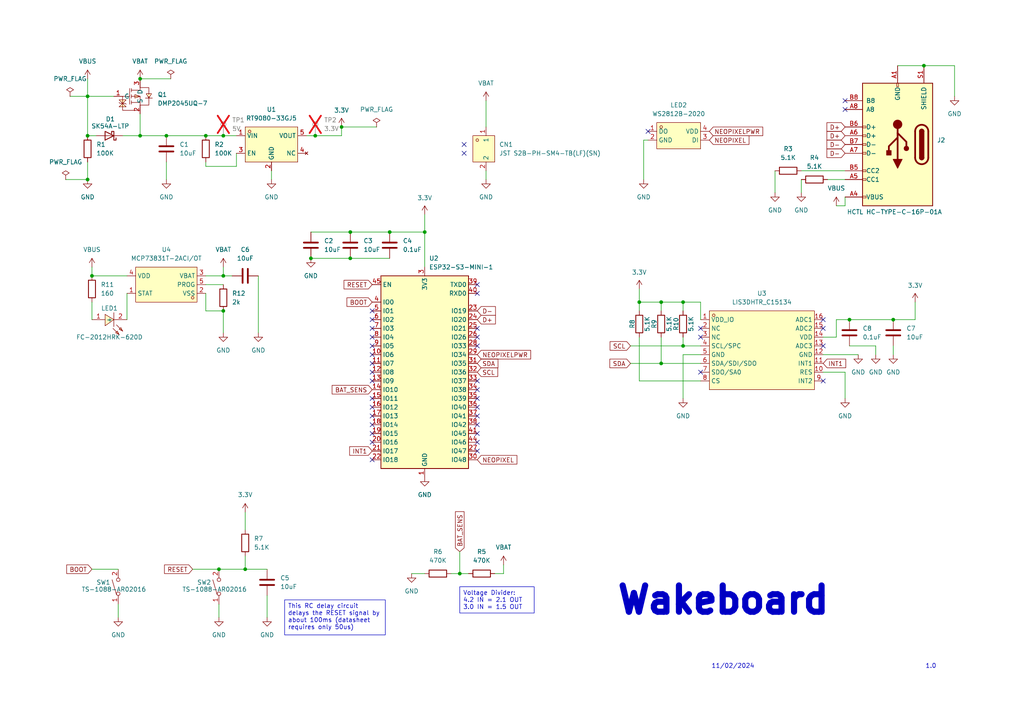
<source format=kicad_sch>
(kicad_sch (version 20231120) (generator "eeschema") (generator_version "8.0")
  (paper "A4")
  (lib_symbols
    (symbol "Connector:TestPoint" (pin_numbers hide) (pin_names (offset 0.762) hide)
      (property "Reference" "TP" (at 0 6.858 0))
      (property "Value" "TestPoint" (at 0 5.08 0))
      (symbol "TestPoint_0_1"
        (circle (center 0 3.302) (radius 0.762))
      )
      (symbol "TestPoint_1_1"
        (pin passive line (at 0 0 90) (length 2.54) (name "1") (number "1"))
      )
    )
    (symbol "Connector:USB_C_Receptacle_USB2.0_14P" (pin_names (offset 1.016))
      (property "Reference" "J2" (at -11.43 -1.2701 0))
      (property "Value" "HCTL HC-TYPE-C-16P-01A" (at 14.732 19.558 0))
      (symbol "USB_C_Receptacle_USB2.0_14P_0_0"
        (rectangle (start -0.254 -17.78) (end 0.254 -16.764))
        (rectangle (start 10.16 -4.826) (end 9.144 -5.334))
        (rectangle (start 10.16 -2.286) (end 9.144 -2.794))
        (rectangle (start 10.16 0.254) (end 9.144 -0.254))
        (rectangle (start 10.16 2.794) (end 9.144 2.286))
        (rectangle (start 10.16 7.874) (end 9.144 7.366))
        (rectangle (start 10.16 10.414) (end 9.144 9.906))
        (rectangle (start 10.16 15.494) (end 9.144 14.986))
      )
      (symbol "USB_C_Receptacle_USB2.0_14P_0_1"
        (rectangle (start -10.16 17.78) (end 10.16 -17.78) (stroke (width 0.254)) (fill (type background)))
        (arc (start -8.89 -3.81) (mid -6.985 -5.7067) (end -5.08 -3.81) (stroke (width 0.508)))
        (arc (start -7.62 -3.81) (mid -6.985 -4.4423) (end -6.35 -3.81) (stroke (width 0.254)))
        (arc (start -7.62 -3.81) (mid -6.985 -4.4423) (end -6.35 -3.81) (stroke (width 0.254)) (fill (type outline)))
        (rectangle (start -7.62 -3.81) (end -6.35 3.81) (stroke (width 0.254)) (fill (type outline)))
        (arc (start -6.35 3.81) (mid -6.985 4.4423) (end -7.62 3.81) (stroke (width 0.254)))
        (arc (start -6.35 3.81) (mid -6.985 4.4423) (end -7.62 3.81) (stroke (width 0.254)) (fill (type outline)))
        (arc (start -5.08 3.81) (mid -6.985 5.7067) (end -8.89 3.81) (stroke (width 0.508)))
        (circle (center -2.54 1.143) (radius 0.635) (stroke (width 0.254)) (fill (type outline)))
        (circle (center 0 -5.842) (radius 1.27) (fill (type outline)))
        (polyline (pts (xy -8.89 -3.81) (xy -8.89 3.81)) (stroke (width 0.508)))
        (polyline (pts (xy -5.08 3.81) (xy -5.08 -3.81)) (stroke (width 0.508)))
        (polyline (pts (xy 0 -5.842) (xy 0 4.318)) (stroke (width 0.508)))
        (polyline (pts (xy 0 -3.302) (xy -2.54 -0.762) (xy -2.54 0.508)) (stroke (width 0.508)))
        (polyline (pts (xy 0 -2.032) (xy 2.54 0.508) (xy 2.54 1.778)) (stroke (width 0.508)))
        (polyline (pts (xy -1.27 4.318) (xy 0 6.858) (xy 1.27 4.318) (xy -1.27 4.318)) (stroke (width 0.254)) (fill (type outline)))
        (rectangle (start 1.905 1.778) (end 3.175 3.048) (stroke (width 0.254)) (fill (type outline)))
      )
      (symbol "USB_C_Receptacle_USB2.0_14P_1_1"
        (pin passive line (at 0 -22.86 90) (length 5.08) (name "GND") (number "A1"))
        (pin passive line (at 0 -22.86 90) (length 5.08) hide (name "GND") (number "A12"))
        (pin passive line (at 15.24 15.24 180) (length 5.08) (name "VBUS") (number "A4"))
        (pin bidirectional line (at 15.24 10.16 180) (length 5.08) (name "CC1") (number "A5"))
        (pin bidirectional line (at 15.24 -2.54 180) (length 5.08) (name "D+") (number "A6"))
        (pin bidirectional line (at 15.24 2.54 180) (length 5.08) (name "D-") (number "A7"))
        (pin unspecified line (at 15.24 -10.16 180) (length 5.08) (name "A8") (number "A8"))
        (pin power_in line (at 15.24 15.24 180) (length 5.08) hide (name "VBUS") (number "A9"))
        (pin passive line (at 0 -22.86 90) (length 5.08) hide (name "GND") (number "B1"))
        (pin passive line (at 0 -22.86 90) (length 5.08) hide (name "GND") (number "B12"))
        (pin passive line (at 15.24 15.24 180) (length 5.08) hide (name "VBUS") (number "B4"))
        (pin bidirectional line (at 15.24 7.62 180) (length 5.08) (name "CC2") (number "B5"))
        (pin bidirectional line (at 15.24 -5.08 180) (length 5.08) (name "D+") (number "B6"))
        (pin bidirectional line (at 15.24 0 180) (length 5.08) (name "D-") (number "B7"))
        (pin unspecified line (at 15.24 -12.7 180) (length 5.08) (name "B8") (number "B8"))
        (pin passive line (at 15.24 15.24 180) (length 5.08) hide (name "VBUS") (number "B9"))
        (pin passive line (at -7.62 -22.86 90) (length 5.08) (name "SHIELD") (number "S1"))
      )
    )
    (symbol "Device:C" (pin_numbers hide) (pin_names (offset 0.254))
      (property "Reference" "C" (at 0.635 2.54 0))
      (property "Value" "C" (at 0.635 -2.54 0))
      (symbol "C_0_1"
        (polyline (pts (xy -2.032 -0.762) (xy 2.032 -0.762)) (stroke (width 0.508)))
        (polyline (pts (xy -2.032 0.762) (xy 2.032 0.762)) (stroke (width 0.508)))
      )
      (symbol "C_1_1"
        (pin passive line (at 0 3.81 270) (length 2.794) (name "~") (number "1"))
        (pin passive line (at 0 -3.81 90) (length 2.794) (name "~") (number "2"))
      )
    )
    (symbol "Device:D_Schottky" (pin_numbers hide) (pin_names (offset 1.016) hide)
      (property "Reference" "D" (at 0 2.54 0))
      (property "Value" "D_Schottky" (at 0 -2.54 0))
      (symbol "D_Schottky_0_1"
        (polyline (pts (xy 1.27 0) (xy -1.27 0)))
        (polyline (pts (xy 1.27 1.27) (xy 1.27 -1.27) (xy -1.27 0) (xy 1.27 1.27)) (stroke (width 0.254)))
        (polyline (pts (xy -1.905 0.635) (xy -1.905 1.27) (xy -1.27 1.27) (xy -1.27 -1.27) (xy -0.635 -1.27) (xy -0.635 -0.635)) (stroke (width 0.254)))
      )
      (symbol "D_Schottky_1_1"
        (pin passive line (at -3.81 0 0) (length 2.54) (name "K") (number "1"))
        (pin passive line (at 3.81 0 180) (length 2.54) (name "A") (number "2"))
      )
    )
    (symbol "Device:R" (pin_numbers hide) (pin_names (offset 0))
      (property "Reference" "R" (at 2.032 0 90))
      (property "Value" "R" (at 0 0 90))
      (symbol "R_0_1"
        (rectangle (start -1.016 -2.54) (end 1.016 2.54) (stroke (width 0.254)))
      )
      (symbol "R_1_1"
        (pin passive line (at 0 3.81 270) (length 1.27) (name "~") (number "1"))
        (pin passive line (at 0 -3.81 90) (length 1.27) (name "~") (number "2"))
      )
    )
    (symbol "MCU_Espressif:ESP32-S3-MINI-1"
      (property "Reference" "U2" (at 1.27 33.02 0))
      (property "Value" "ESP32-S3-MINI-1" (at 1.27 30.48 0))
      (symbol "ESP32-S3-MINI-1_0_1"
        (rectangle (start -12.7 27.94) (end 12.7 -27.94) (stroke (width 0.254)) (fill (type background)))
      )
      (symbol "ESP32-S3-MINI-1_1_1"
        (pin power_in line (at 0 -30.48 90) (length 2.54) (name "GND") (number "1"))
        (pin bidirectional line (at -15.24 5.08 0) (length 2.54) (name "IO6") (number "10"))
        (pin bidirectional line (at -15.24 2.54 0) (length 2.54) (name "IO7") (number "11"))
        (pin bidirectional line (at -15.24 0 0) (length 2.54) (name "IO8") (number "12"))
        (pin bidirectional line (at -15.24 -2.54 0) (length 2.54) (name "IO9") (number "13"))
        (pin bidirectional line (at -15.24 -5.08 0) (length 2.54) (name "IO10") (number "14"))
        (pin bidirectional line (at -15.24 -7.62 0) (length 2.54) (name "IO11") (number "15"))
        (pin bidirectional line (at -15.24 -10.16 0) (length 2.54) (name "IO12") (number "16"))
        (pin bidirectional line (at -15.24 -12.7 0) (length 2.54) (name "IO13") (number "17"))
        (pin bidirectional line (at -15.24 -15.24 0) (length 2.54) (name "IO14") (number "18"))
        (pin bidirectional line (at -15.24 -17.78 0) (length 2.54) (name "IO15") (number "19"))
        (pin passive line (at 0 -30.48 90) (length 2.54) hide (name "GND") (number "2"))
        (pin bidirectional line (at -15.24 -20.32 0) (length 2.54) (name "IO16") (number "20"))
        (pin bidirectional line (at -15.24 -22.86 0) (length 2.54) (name "IO17") (number "21"))
        (pin bidirectional line (at -15.24 -25.4 0) (length 2.54) (name "IO18") (number "22"))
        (pin bidirectional line (at 15.24 17.78 180) (length 2.54) (name "IO19") (number "23"))
        (pin bidirectional line (at 15.24 15.24 180) (length 2.54) (name "IO20") (number "24"))
        (pin bidirectional line (at 15.24 12.7 180) (length 2.54) (name "IO21") (number "25"))
        (pin bidirectional line (at 15.24 10.16 180) (length 2.54) (name "IO26") (number "26"))
        (pin bidirectional line (at 15.24 -22.86 180) (length 2.54) (name "IO47") (number "27"))
        (pin bidirectional line (at 15.24 7.62 180) (length 2.54) (name "IO33") (number "28"))
        (pin power_out line (at 15.24 5.08 180) (length 2.54) (name "IO34") (number "29"))
        (pin power_in line (at 0 30.48 270) (length 2.54) (name "3V3") (number "3"))
        (pin bidirectional line (at 15.24 -25.4 180) (length 2.54) (name "IO48") (number "30"))
        (pin bidirectional line (at 15.24 2.54 180) (length 2.54) (name "IO35") (number "31"))
        (pin bidirectional line (at 15.24 0 180) (length 2.54) (name "IO36") (number "32"))
        (pin bidirectional line (at 15.24 -2.54 180) (length 2.54) (name "IO37") (number "33"))
        (pin bidirectional line (at 15.24 -5.08 180) (length 2.54) (name "IO38") (number "34"))
        (pin bidirectional line (at 15.24 -7.62 180) (length 2.54) (name "IO39") (number "35"))
        (pin bidirectional line (at 15.24 -10.16 180) (length 2.54) (name "IO40") (number "36"))
        (pin bidirectional line (at 15.24 -12.7 180) (length 2.54) (name "IO41") (number "37"))
        (pin bidirectional line (at 15.24 -15.24 180) (length 2.54) (name "IO42") (number "38"))
        (pin bidirectional line (at 15.24 25.4 180) (length 2.54) (name "TXD0") (number "39"))
        (pin bidirectional line (at -15.24 20.32 0) (length 2.54) (name "IO0") (number "4"))
        (pin bidirectional line (at 15.24 22.86 180) (length 2.54) (name "RXD0") (number "40"))
        (pin bidirectional line (at 15.24 -17.78 180) (length 2.54) (name "IO45") (number "41"))
        (pin passive line (at 0 -30.48 90) (length 2.54) hide (name "GND") (number "42"))
        (pin passive line (at 0 -30.48 90) (length 2.54) hide (name "GND") (number "43"))
        (pin bidirectional line (at 15.24 -20.32 180) (length 2.54) (name "IO46") (number "44"))
        (pin input line (at -15.24 25.4 0) (length 2.54) (name "EN") (number "45"))
        (pin passive line (at 0 -30.48 90) (length 2.54) hide (name "GND") (number "46"))
        (pin passive line (at 0 -30.48 90) (length 2.54) hide (name "GND") (number "47"))
        (pin passive line (at 0 -30.48 90) (length 2.54) hide (name "GND") (number "48"))
        (pin passive line (at 0 -30.48 90) (length 2.54) hide (name "GND") (number "49"))
        (pin bidirectional line (at -15.24 17.78 0) (length 2.54) (name "IO1") (number "5"))
        (pin passive line (at 0 -30.48 90) (length 2.54) hide (name "GND") (number "50"))
        (pin passive line (at 0 -30.48 90) (length 2.54) hide (name "GND") (number "51"))
        (pin passive line (at 0 -30.48 90) (length 2.54) hide (name "GND") (number "52"))
        (pin passive line (at 0 -30.48 90) (length 2.54) hide (name "GND") (number "53"))
        (pin passive line (at 0 -30.48 90) (length 2.54) hide (name "GND") (number "54"))
        (pin passive line (at 0 -30.48 90) (length 2.54) hide (name "GND") (number "55"))
        (pin passive line (at 0 -30.48 90) (length 2.54) hide (name "GND") (number "56"))
        (pin passive line (at 0 -30.48 90) (length 2.54) hide (name "GND") (number "57"))
        (pin passive line (at 0 -30.48 90) (length 2.54) hide (name "GND") (number "58"))
        (pin passive line (at 0 -30.48 90) (length 2.54) hide (name "GND") (number "59"))
        (pin bidirectional line (at -15.24 15.24 0) (length 2.54) (name "IO2") (number "6"))
        (pin passive line (at 0 -30.48 90) (length 2.54) hide (name "GND") (number "60"))
        (pin passive line (at 0 -30.48 90) (length 2.54) hide (name "GND") (number "61"))
        (pin passive line (at 0 -30.48 90) (length 2.54) hide (name "GND") (number "62"))
        (pin passive line (at 0 -30.48 90) (length 2.54) hide (name "GND") (number "63"))
        (pin passive line (at 0 -30.48 90) (length 2.54) hide (name "GND") (number "64"))
        (pin passive line (at 0 -30.48 90) (length 2.54) hide (name "GND") (number "65"))
        (pin bidirectional line (at -15.24 12.7 0) (length 2.54) (name "IO3") (number "7"))
        (pin bidirectional line (at -15.24 10.16 0) (length 2.54) (name "IO4") (number "8"))
        (pin bidirectional line (at -15.24 7.62 0) (length 2.54) (name "IO5") (number "9"))
      )
    )
    (symbol "TS-1088-AR02016_1"
      (property "Reference" "SW1" (at 1.27 6.35 90))
      (property "Value" "TS-1088-AR02016" (at -0.762 10.668 90))
      (symbol "TS-1088-AR02016_1_0_1"
        (circle (center -2.03 0) (radius 0.51))
        (polyline (pts (xy -2.29 0.51) (xy 2.03 1.78)))
        (circle (center 2.03 0) (radius 0.51))
        (pin passive line (at -5.08 0 0) (length 2.54) (name "") (number "1"))
        (pin passive line (at 5.08 0 180) (length 2.54) (name "") (number "2"))
      )
    )
    (symbol "easyeda2kicad:DMP2045UQ-7"
      (property "Reference" "Q1" (at 5.08 0.5101 0))
      (property "Value" "DMP2045UQ-7" (at 5.08 -2.0299 0))
      (symbol "DMP2045UQ-7_0_1"
        (polyline (pts (xy -5.08 0) (xy -3.05 0)))
        (polyline (pts (xy -3.05 2.29) (xy -3.05 -2.29)))
        (polyline (pts (xy -2.54 -2.29) (xy -2.54 -1.27)))
        (polyline (pts (xy -2.54 -0.51) (xy -2.54 0.51)))
        (polyline (pts (xy -2.54 2.29) (xy -2.54 1.27)))
        (polyline (pts (xy 0 -1.78) (xy -2.54 -1.78)))
        (polyline (pts (xy 0 -4.06) (xy -5.08 -4.06) (xy -5.08 0)))
        (polyline (pts (xy -4.06 -2.29) (xy -4.32 -2.03) (xy -5.84 -2.03) (xy -6.1 -1.78)))
        (polyline (pts (xy 0 0) (xy -1.52 0.51) (xy -1.52 -0.51) (xy 0 0)) (fill (type background)))
        (polyline (pts (xy 1.52 -0.51) (xy 2.03 -0.51) (xy 3.05 -0.51) (xy 3.56 -0.51)))
        (polyline (pts (xy 2.54 -0.51) (xy 3.3 0.76) (xy 1.78 0.76) (xy 2.54 -0.51)) (fill (type background)))
        (polyline (pts (xy -5.08 -2.03) (xy -6.1 -3.05) (xy -4.06 -3.05) (xy -5.08 -2.03) (xy -5.08 -2.03)) (fill (type background)))
        (polyline (pts (xy -5.08 -2.03) (xy -4.06 -1.02) (xy -6.1 -1.02) (xy -5.08 -2.03) (xy -5.08 -2.03)) (fill (type background)))
        (polyline (pts (xy -2.54 0) (xy 0 0) (xy 0 -2.54) (xy 2.54 -2.54) (xy 2.54 -2.54) (xy 2.54 0)))
        (polyline (pts (xy -2.54 1.78) (xy 0 1.78) (xy 0 2.54) (xy 2.54 2.54) (xy 2.54 2.54) (xy 2.54 0.51)))
        (pin power_in line (at 0 5.08 270) (length 2.54) (name "D") (number "3"))
      )
      (symbol "DMP2045UQ-7_1_1"
        (pin power_in line (at -7.62 0 0) (length 2.54) (name "G") (number "1"))
        (pin power_out line (at 0 -5.08 90) (length 2.54) (name "S") (number "2"))
      )
    )
    (symbol "easyeda2kicad:FC-2012HRK-620D"
      (property "Reference" "LED1" (at -1.27 -6.35 0))
      (property "Value" "FC-2012HRK-620D" (at 0 3.048 0))
      (symbol "FC-2012HRK-620D_0_1"
        (polyline (pts (xy -2.03 1.52) (xy -3.81 3.3)))
        (polyline (pts (xy -1.27 2.03) (xy -1.27 -2.03)))
        (polyline (pts (xy -1.02 2.54) (xy -2.79 4.32)))
        (polyline (pts (xy -3.81 3.3) (xy -2.79 2.79) (xy -3.3 2.29) (xy -3.81 3.3)) (fill (type background)))
        (polyline (pts (xy -2.79 4.32) (xy -1.78 3.81) (xy -2.29 3.3) (xy -2.79 4.32)) (fill (type background)))
        (polyline (pts (xy 1.27 -1.52) (xy -1.27 0) (xy 1.27 1.78) (xy 1.27 -1.52)) (fill (type background)))
        (pin passive line (at 5.08 0 180) (length 3.81) (name "+") (number "1"))
        (pin passive line (at -5.08 0 0) (length 3.81) (name "-") (number "2"))
      )
    )
    (symbol "easyeda2kicad:LIS3DHTR_C15134"
      (property "Reference" "U3" (at 0 16.51 0))
      (property "Value" "LIS3DHTR_C15134" (at 0 13.97 0))
      (symbol "LIS3DHTR_C15134_0_1"
        (rectangle (start -15.24 11.43) (end 15.24 -11.43) (fill (type background)))
        (circle (center -13.97 10.16) (radius 0.38))
        (pin power_in line (at -17.78 8.89 0) (length 2.54) (name "VDD_IO") (number "1"))
        (pin passive line (at 17.78 -6.35 180) (length 2.54) (name "RES") (number "10"))
        (pin output line (at 17.78 -3.81 180) (length 2.54) (name "INT1") (number "11"))
        (pin power_in line (at 17.78 -1.27 180) (length 2.54) (name "GND") (number "12"))
        (pin unspecified line (at 17.78 1.27 180) (length 2.54) (name "ADC3") (number "13"))
        (pin power_in line (at 17.78 3.81 180) (length 2.54) (name "VDD") (number "14"))
        (pin unspecified line (at 17.78 6.35 180) (length 2.54) (name "ADC2") (number "15"))
        (pin unspecified line (at 17.78 8.89 180) (length 2.54) (name "ADC1") (number "16"))
        (pin unspecified line (at -17.78 6.35 0) (length 2.54) (name "NC") (number "2"))
        (pin unspecified line (at -17.78 3.81 0) (length 2.54) (name "NC") (number "3"))
        (pin bidirectional line (at -17.78 1.27 0) (length 2.54) (name "SCL/SPC") (number "4"))
        (pin power_in line (at -17.78 -1.27 0) (length 2.54) (name "GND") (number "5"))
        (pin bidirectional line (at -17.78 -3.81 0) (length 2.54) (name "SDA/SDI/SDO") (number "6"))
        (pin unspecified line (at -17.78 -6.35 0) (length 2.54) (name "SDO/SA0") (number "7"))
        (pin input line (at -17.78 -8.89 0) (length 2.54) (name "CS") (number "8"))
        (pin unspecified line (at 17.78 -8.89 180) (length 2.54) (name "INT2") (number "9"))
      )
    )
    (symbol "easyeda2kicad:MCP73831T-2ACI_OT"
      (property "Reference" "U4" (at 0 -10.16 0))
      (property "Value" "MCP73831T-2ACI/OT" (at 0 -7.62 0))
      (symbol "MCP73831T-2ACI_OT_0_1"
        (rectangle (start -8.89 5.08) (end 8.89 -5.08) (fill (type background)))
        (circle (center -7.62 3.81) (radius 0.38))
      )
      (symbol "MCP73831T-2ACI_OT_1_1"
        (pin passive line (at 11.43 2.54 180) (length 2.54) (name "STAT") (number "1"))
        (pin power_in line (at -11.43 2.54 0) (length 2.54) (name "VSS") (number "2"))
        (pin power_in line (at -11.43 -2.54 0) (length 2.54) (name "VBAT") (number "3"))
        (pin power_in line (at 11.43 -2.54 180) (length 2.54) (name "VDD") (number "4"))
        (pin passive line (at -11.43 0 0) (length 2.54) (name "PROG") (number "5"))
      )
    )
    (symbol "easyeda2kicad:RT9080-33GJ5"
      (property "Reference" "U1" (at 0 10.16 0))
      (property "Value" "RT9080-33GJ5" (at 0 7.62 0))
      (symbol "RT9080-33GJ5_0_1"
        (rectangle (start -7.62 5.08) (end 7.62 -5.08) (fill (type background)))
        (circle (center -6.35 3.81) (radius 0.38))
        (pin power_in line (at -10.16 2.54 0) (length 2.54) (name "VIN") (number "1"))
        (pin power_in line (at 0 -7.62 90) (length 2.54) (name "GND") (number "2"))
        (pin input line (at -10.16 -2.54 0) (length 2.54) (name "EN") (number "3"))
        (pin no_connect line (at 10.16 -2.54 180) (length 2.54) (name "NC") (number "4"))
        (pin power_in line (at 10.16 2.54 180) (length 2.54) (name "VOUT") (number "5"))
      )
    )
    (symbol "easyeda2kicad:S2B-PH-SM4-TB(LF)(SN)"
      (property "Reference" "CN1" (at 6.35 1.2701 0))
      (property "Value" "JST S2B-PH-SM4-TB(LF)(SN)" (at 6.35 -1.2699 0))
      (symbol "S2B-PH-SM4-TB(LF)(SN)_0_1"
        (rectangle (start -1.27 3.81) (end 5.08 -3.81) (fill (type background)))
        (circle (center 0 2.54) (radius 0.38))
      )
      (symbol "S2B-PH-SM4-TB(LF)(SN)_1_1"
        (pin power_in line (at 2.54 6.35 270) (length 2.54) (name "1") (number "1"))
        (pin power_in line (at 2.54 -6.35 90) (length 2.54) (name "2") (number "2"))
        (pin unspecified line (at -3.81 1.27 0) (length 2.54) hide (name "3") (number "3"))
        (pin unspecified line (at -3.81 -1.27 0) (length 2.54) hide (name "4") (number "4"))
      )
    )
    (symbol "easyeda2kicad:TS-1088-AR02016"
      (property "Reference" "SW2" (at 1.27 6.35 90))
      (property "Value" "TS-1088-AR02016" (at -0.762 10.668 90))
      (symbol "TS-1088-AR02016_0_1"
        (circle (center -2.03 0) (radius 0.51))
        (polyline (pts (xy -2.29 0.51) (xy 2.03 1.78)))
        (circle (center 2.03 0) (radius 0.51))
        (pin passive line (at -5.08 0 0) (length 2.54) (name "") (number "1"))
      )
      (symbol "TS-1088-AR02016_1_1"
        (pin passive line (at 5.08 0 180) (length 2.54) (name "") (number "2"))
      )
    )
    (symbol "easyeda2kicad:WS2812B-2020"
      (property "Reference" "LED2" (at 0 8.89 0))
      (property "Value" "WS2812B-2020" (at 0 6.35 0))
      (symbol "WS2812B-2020_0_1"
        (rectangle (start -6.35 3.81) (end 6.35 -3.81) (fill (type background)))
        (circle (center -5.08 2.54) (radius 0.38))
        (pin output line (at -8.89 1.27 0) (length 2.54) (name "DO") (number "1"))
        (pin power_in line (at -8.89 -1.27 0) (length 2.54) (name "GND") (number "2"))
        (pin input line (at 8.89 -1.27 180) (length 2.54) (name "DI") (number "3"))
        (pin power_in line (at 8.89 1.27 180) (length 2.54) (name "VDD") (number "4"))
      )
    )
    (symbol "power:+3.3V" (power) (pin_names (offset 0))
      (property "Value" "+3.3V" (at 0 3.556 0))
      (symbol "+3.3V_0_1"
        (polyline (pts (xy -0.762 1.27) (xy 0 2.54)))
        (polyline (pts (xy 0 0) (xy 0 2.54)))
        (polyline (pts (xy 0 2.54) (xy 0.762 1.27)))
      )
      (symbol "+3.3V_1_1"
        (pin power_in line (at 0 0 90) (length 0) hide (name "+3.3V") (number "1"))
      )
    )
    (symbol "power:GND" (power) (pin_names (offset 0))
      (property "Value" "GND" (at 0 -3.81 0))
      (symbol "GND_0_1"
        (polyline (pts (xy 0 0) (xy 0 -1.27) (xy 1.27 -1.27) (xy 0 -2.54) (xy -1.27 -1.27) (xy 0 -1.27)))
      )
      (symbol "GND_1_1"
        (pin power_in line (at 0 0 270) (length 0) hide (name "GND") (number "1"))
      )
    )
    (symbol "power:PWR_FLAG" (power) (pin_numbers hide) (pin_names (offset 0) hide)
      (property "Value" "PWR_FLAG" (at 0 3.81 0))
      (symbol "PWR_FLAG_0_0"
        (pin power_out line (at 0 0 90) (length 0) (name "pwr") (number "1"))
      )
      (symbol "PWR_FLAG_0_1"
        (polyline (pts (xy 0 0) (xy 0 1.27) (xy -1.016 1.905) (xy 0 2.54) (xy 1.016 1.905) (xy 0 1.27)))
      )
    )
    (symbol "power:VAA" (power) (pin_names (offset 0))
      (property "Value" "VAA" (at 0 3.81 0))
      (symbol "VAA_0_1"
        (polyline (pts (xy -0.762 1.27) (xy 0 2.54)))
        (polyline (pts (xy 0 0) (xy 0 2.54)))
        (polyline (pts (xy 0 2.54) (xy 0.762 1.27)))
      )
      (symbol "VAA_1_1"
        (pin power_in line (at 0 0 90) (length 0) hide (name "VAA") (number "1"))
      )
    )
    (symbol "power:VBUS" (power) (pin_names (offset 0))
      (property "Value" "VBUS" (at 0 3.81 0))
      (symbol "VBUS_0_1"
        (polyline (pts (xy -0.762 1.27) (xy 0 2.54)))
        (polyline (pts (xy 0 0) (xy 0 2.54)))
        (polyline (pts (xy 0 2.54) (xy 0.762 1.27)))
      )
      (symbol "VBUS_1_1"
        (pin power_in line (at 0 0 90) (length 0) hide (name "VBUS") (number "1"))
      )
    )
  )
  (junction (at 267.97 19.05))
  (junction (at 40.64 22.86))
  (junction (at 59.69 39.37))
  (junction (at 259.08 92.71))
  (junction (at 123.19 67.31))
  (junction (at 101.6 67.31))
  (junction (at 25.4 39.37))
  (junction (at 185.42 87.63))
  (junction (at 191.77 87.63))
  (junction (at 48.26 39.37))
  (junction (at 64.77 39.37))
  (junction (at 133.35 166.37))
  (junction (at 113.03 67.31))
  (junction (at 64.77 90.17))
  (junction (at 191.77 105.41))
  (junction (at 198.12 87.63))
  (junction (at 198.12 100.33))
  (junction (at 25.4 52.07))
  (junction (at 71.12 165.1))
  (junction (at 26.67 80.01))
  (junction (at 101.6 74.93))
  (junction (at 99.06 36.83))
  (junction (at 25.4 27.94))
  (junction (at 91.44 39.37))
  (junction (at 63.5 165.1))
  (junction (at 40.64 39.37))
  (junction (at 90.17 74.93))
  (junction (at 246.38 92.71))
  (junction (at 64.77 80.01))
  (no_connect (at 107.95 105.41))
  (no_connect (at 203.2 107.95))
  (no_connect (at 138.43 110.49))
  (no_connect (at 107.95 97.79))
  (no_connect (at 245.11 31.75))
  (no_connect (at 107.95 125.73))
  (no_connect (at 107.95 110.49))
  (no_connect (at 138.43 95.25))
  (no_connect (at 107.95 92.71))
  (no_connect (at 238.76 95.25))
  (no_connect (at 107.95 90.17))
  (no_connect (at 238.76 92.71))
  (no_connect (at 138.43 130.81))
  (no_connect (at 238.76 110.49))
  (no_connect (at 138.43 123.19))
  (no_connect (at 107.95 120.65))
  (no_connect (at 107.95 123.19))
  (no_connect (at 107.95 102.87))
  (no_connect (at 107.95 118.11))
  (no_connect (at 138.43 128.27))
  (no_connect (at 107.95 133.35))
  (no_connect (at 138.43 85.09))
  (no_connect (at 107.95 128.27))
  (no_connect (at 203.2 95.25))
  (no_connect (at 187.96 38.1))
  (no_connect (at 203.2 97.79))
  (no_connect (at 107.95 115.57))
  (no_connect (at 138.43 82.55))
  (no_connect (at 107.95 107.95))
  (no_connect (at 245.11 29.21))
  (no_connect (at 138.43 125.73))
  (no_connect (at 138.43 115.57))
  (no_connect (at 107.95 100.33))
  (no_connect (at 134.62 44.45))
  (no_connect (at 238.76 100.33))
  (no_connect (at 138.43 113.03))
  (no_connect (at 107.95 95.25))
  (no_connect (at 138.43 120.65))
  (no_connect (at 138.43 100.33))
  (no_connect (at 134.62 41.91))
  (no_connect (at 138.43 97.79))
  (no_connect (at 138.43 118.11))
  (wire (pts (xy 101.6 74.93) (xy 113.03 74.93)))
  (wire (pts (xy 26.67 80.01) (xy 36.83 80.01)))
  (wire (pts (xy 254 100.33) (xy 254 102.87)))
  (wire (pts (xy 64.77 80.01) (xy 67.31 80.01)))
  (wire (pts (xy 224.79 49.53) (xy 224.79 55.88)))
  (wire (pts (xy 245.11 59.69) (xy 242.57 59.69)))
  (wire (pts (xy 59.69 85.09) (xy 59.69 90.17)))
  (wire (pts (xy 59.69 39.37) (xy 64.77 39.37)))
  (wire (pts (xy 191.77 87.63) (xy 198.12 87.63)))
  (wire (pts (xy 133.35 166.37) (xy 135.89 166.37)))
  (wire (pts (xy 232.41 49.53) (xy 245.11 49.53)))
  (wire (pts (xy 140.97 29.21) (xy 140.97 36.83)))
  (wire (pts (xy 64.77 90.17) (xy 64.77 96.52)))
  (wire (pts (xy 123.19 67.31) (xy 123.19 77.47)))
  (wire (pts (xy 20.32 27.94) (xy 25.4 27.94)))
  (wire (pts (xy 265.43 87.63) (xy 265.43 92.71)))
  (wire (pts (xy 259.08 92.71) (xy 265.43 92.71)))
  (wire (pts (xy 186.69 40.64) (xy 186.69 52.07)))
  (wire (pts (xy 245.11 107.95) (xy 245.11 115.57)))
  (wire (pts (xy 25.4 39.37) (xy 27.94 39.37)))
  (wire (pts (xy 198.12 115.57) (xy 198.12 102.87)))
  (wire (pts (xy 19.05 52.07) (xy 25.4 52.07)))
  (wire (pts (xy 68.58 48.26) (xy 59.69 48.26)))
  (wire (pts (xy 238.76 107.95) (xy 245.11 107.95)))
  (wire (pts (xy 101.6 67.31) (xy 113.03 67.31)))
  (wire (pts (xy 36.83 92.71) (xy 36.83 85.09)))
  (wire (pts (xy 48.26 52.07) (xy 48.26 46.99)))
  (wire (pts (xy 185.42 87.63) (xy 191.77 87.63)))
  (wire (pts (xy 26.67 165.1) (xy 34.29 165.1)))
  (wire (pts (xy 232.41 52.07) (xy 232.41 55.88)))
  (wire (pts (xy 25.4 22.86) (xy 25.4 27.94)))
  (wire (pts (xy 240.03 52.07) (xy 245.11 52.07)))
  (wire (pts (xy 245.11 57.15) (xy 245.11 59.69)))
  (wire (pts (xy 143.51 166.37) (xy 146.05 166.37)))
  (wire (pts (xy 123.19 62.23) (xy 123.19 67.31)))
  (wire (pts (xy 91.44 39.37) (xy 99.06 39.37)))
  (wire (pts (xy 185.42 83.82) (xy 185.42 87.63)))
  (wire (pts (xy 146.05 166.37) (xy 146.05 163.83)))
  (wire (pts (xy 35.56 39.37) (xy 40.64 39.37)))
  (wire (pts (xy 25.4 46.99) (xy 25.4 52.07)))
  (wire (pts (xy 71.12 165.1) (xy 77.47 165.1)))
  (wire (pts (xy 78.74 52.07) (xy 78.74 49.53)))
  (wire (pts (xy 59.69 82.55) (xy 64.77 82.55)))
  (wire (pts (xy 198.12 97.79) (xy 198.12 100.33)))
  (wire (pts (xy 203.2 87.63) (xy 198.12 87.63)))
  (wire (pts (xy 64.77 77.47) (xy 64.77 80.01)))
  (wire (pts (xy 276.86 19.05) (xy 267.97 19.05)))
  (wire (pts (xy 260.35 19.05) (xy 267.97 19.05)))
  (wire (pts (xy 40.64 22.86) (xy 49.53 22.86)))
  (wire (pts (xy 140.97 49.53) (xy 140.97 52.07)))
  (wire (pts (xy 99.06 39.37) (xy 99.06 36.83)))
  (wire (pts (xy 59.69 90.17) (xy 64.77 90.17)))
  (wire (pts (xy 99.06 36.83) (xy 109.22 36.83)))
  (wire (pts (xy 185.42 110.49) (xy 185.42 97.79)))
  (wire (pts (xy 182.88 105.41) (xy 191.77 105.41)))
  (wire (pts (xy 198.12 100.33) (xy 203.2 100.33)))
  (wire (pts (xy 246.38 92.71) (xy 259.08 92.71)))
  (wire (pts (xy 246.38 92.71) (xy 242.57 92.71)))
  (wire (pts (xy 63.5 175.26) (xy 63.5 179.07)))
  (wire (pts (xy 187.96 40.64) (xy 186.69 40.64)))
  (wire (pts (xy 133.35 166.37) (xy 130.81 166.37)))
  (wire (pts (xy 34.29 175.26) (xy 34.29 179.07)))
  (wire (pts (xy 71.12 148.59) (xy 71.12 153.67)))
  (wire (pts (xy 191.77 97.79) (xy 191.77 105.41)))
  (wire (pts (xy 242.57 92.71) (xy 242.57 97.79)))
  (wire (pts (xy 90.17 74.93) (xy 101.6 74.93)))
  (wire (pts (xy 59.69 48.26) (xy 59.69 46.99)))
  (wire (pts (xy 26.67 87.63) (xy 26.67 92.71)))
  (wire (pts (xy 185.42 87.63) (xy 185.42 90.17)))
  (wire (pts (xy 185.42 110.49) (xy 203.2 110.49)))
  (wire (pts (xy 198.12 102.87) (xy 203.2 102.87)))
  (wire (pts (xy 40.64 33.02) (xy 40.64 39.37)))
  (wire (pts (xy 182.88 100.33) (xy 198.12 100.33)))
  (wire (pts (xy 25.4 27.94) (xy 25.4 39.37)))
  (wire (pts (xy 77.47 172.72) (xy 77.47 179.07)))
  (wire (pts (xy 74.93 80.01) (xy 74.93 96.52)))
  (wire (pts (xy 191.77 87.63) (xy 191.77 90.17)))
  (wire (pts (xy 71.12 161.29) (xy 71.12 165.1)))
  (wire (pts (xy 242.57 97.79) (xy 238.76 97.79)))
  (wire (pts (xy 68.58 44.45) (xy 68.58 48.26)))
  (wire (pts (xy 276.86 27.94) (xy 276.86 19.05)))
  (wire (pts (xy 40.64 39.37) (xy 48.26 39.37)))
  (wire (pts (xy 64.77 80.01) (xy 59.69 80.01)))
  (wire (pts (xy 119.38 166.37) (xy 123.19 166.37)))
  (wire (pts (xy 25.4 27.94) (xy 33.02 27.94)))
  (wire (pts (xy 113.03 67.31) (xy 123.19 67.31)))
  (wire (pts (xy 198.12 87.63) (xy 198.12 90.17)))
  (wire (pts (xy 26.67 77.47) (xy 26.67 80.01)))
  (wire (pts (xy 48.26 39.37) (xy 59.69 39.37)))
  (wire (pts (xy 133.35 160.02) (xy 133.35 166.37)))
  (wire (pts (xy 191.77 105.41) (xy 203.2 105.41)))
  (wire (pts (xy 55.88 165.1) (xy 63.5 165.1)))
  (wire (pts (xy 259.08 100.33) (xy 259.08 102.87)))
  (wire (pts (xy 88.9 39.37) (xy 91.44 39.37)))
  (wire (pts (xy 203.2 92.71) (xy 203.2 87.63)))
  (wire (pts (xy 246.38 100.33) (xy 254 100.33)))
  (wire (pts (xy 64.77 39.37) (xy 68.58 39.37)))
  (wire (pts (xy 238.76 102.87) (xy 248.92 102.87)))
  (wire (pts (xy 90.17 67.31) (xy 101.6 67.31)))
  (wire (pts (xy 63.5 165.1) (xy 71.12 165.1)))
  (text_box "This RC delay circuit delays the RESET signal by about 100ms (datasheet requires only 50us)" (at 82.55 173.99 0) (size 29.21 10.16) (effects (font (size 1.27 1.27)) (justify left top)))
  (text_box "Voltage Divider:\n4.2 IN = 2.1 OUT\n3.0 IN = 1.5 OUT" (at 133.35 170.18 0) (size 21.59 7.62) (effects (font (size 1.27 1.27)) (justify left top)))
  (text "1.0" (at 270.002 193.294 0) (effects (font (size 1.27 1.27))))
  (text "11/02/2024" (at 212.598 193.294 0) (effects (font (size 1.27 1.27))))
  (text "Wakeboard" (at 209.804 174.244 0) (effects (font (size 7.62 7.62) (thickness 1.778) (bold yes))))
  (global_label "RESET" (shape input) (at 55.88 165.1 180) (property "Intersheetrefs" "${INTERSHEET_REFS}" (effects (hide yes))))
  (global_label "SCL" (shape input) (at 182.88 100.33 180) (property "Intersheetrefs" "${INTERSHEET_REFS}" (effects (hide yes))))
  (global_label "BOOT" (shape input) (at 26.67 165.1 180) (property "Intersheetrefs" "${INTERSHEET_REFS}" (effects (hide yes))))
  (global_label "D+" (shape input) (at 245.11 36.83 180) (property "Intersheetrefs" "${INTERSHEET_REFS}" (effects (hide yes))))
  (global_label "NEOPIXELPWR" (shape input) (at 138.43 102.87 0) (property "Intersheetrefs" "${INTERSHEET_REFS}" (effects (hide yes))))
  (global_label "NEOPIXEL" (shape input) (at 138.43 133.35 0) (property "Intersheetrefs" "${INTERSHEET_REFS}" (effects (hide yes))))
  (global_label "NEOPIXELPWR" (shape input) (at 205.74 38.1 0) (property "Intersheetrefs" "${INTERSHEET_REFS}" (effects (hide yes))))
  (global_label "D-" (shape input) (at 245.11 44.45 180) (property "Intersheetrefs" "${INTERSHEET_REFS}" (effects (hide yes))))
  (global_label "NEOPIXEL" (shape input) (at 205.74 40.64 0) (property "Intersheetrefs" "${INTERSHEET_REFS}" (effects (hide yes))))
  (global_label "BAT_SENS" (shape input) (at 133.35 160.02 90) (property "Intersheetrefs" "${INTERSHEET_REFS}" (effects (hide yes))))
  (global_label "D+" (shape input) (at 138.43 92.71 0) (property "Intersheetrefs" "${INTERSHEET_REFS}" (effects (hide yes))))
  (global_label "D+" (shape input) (at 245.11 39.37 180) (property "Intersheetrefs" "${INTERSHEET_REFS}" (effects (hide yes))))
  (global_label "INT1" (shape input) (at 238.76 105.41 0) (property "Intersheetrefs" "${INTERSHEET_REFS}" (effects (hide yes))))
  (global_label "BAT_SENS" (shape input) (at 107.95 113.03 180) (property "Intersheetrefs" "${INTERSHEET_REFS}" (effects (hide yes))))
  (global_label "INT1" (shape input) (at 107.95 130.81 180) (property "Intersheetrefs" "${INTERSHEET_REFS}" (effects (hide yes))))
  (global_label "SCL" (shape input) (at 138.43 107.95 0) (property "Intersheetrefs" "${INTERSHEET_REFS}" (effects (hide yes))))
  (global_label "RESET" (shape input) (at 107.95 82.55 180) (property "Intersheetrefs" "${INTERSHEET_REFS}" (effects (hide yes))))
  (global_label "D-" (shape input) (at 138.43 90.17 0) (property "Intersheetrefs" "${INTERSHEET_REFS}" (effects (hide yes))))
  (global_label "SDA" (shape input) (at 182.88 105.41 180) (property "Intersheetrefs" "${INTERSHEET_REFS}" (effects (hide yes))))
  (global_label "D-" (shape input) (at 245.11 41.91 180) (property "Intersheetrefs" "${INTERSHEET_REFS}" (effects (hide yes))))
  (global_label "BOOT" (shape input) (at 107.95 87.63 180) (property "Intersheetrefs" "${INTERSHEET_REFS}" (effects (hide yes))))
  (global_label "SDA" (shape input) (at 138.43 105.41 0) (property "Intersheetrefs" "${INTERSHEET_REFS}" (effects (hide yes))))
  (symbol (lib_id "power:GND") (at 119.38 166.37 0) (unit 1)
    (property "Reference" "#PWR022" (effects (hide yes)))
    (property "Value" "GND" (at 119.38 171.45 0))
    (property "Description" "Power symbol creates a global label with name \"GND\" , ground" (effects (hide yes)))
  )
  (symbol (lib_id "easyeda2kicad:WS2812B-2020") (at 196.85 39.37 0) (unit 1)
    (property "Reference" "LED2" (at 196.85 30.48 0))
    (property "Value" "WS2812B-2020" (at 196.85 33.02 0))
    (property "Footprint" "easyeda2kicad:LED-SMD_4P-L2.0-W2.0-TL_WS2812B-2020" (effects (hide yes)))
    (property "Datasheet" "https://lcsc.com/product-detail/Light-Emitting-Diodes-LED_Worldsemi-WS2812B-2020_C965555.html" (effects (hide yes)))
    (property "LCSC Part" "C965555" (effects (hide yes)))
  )
  (symbol (lib_id "Device:R") (at 228.6 49.53 90) (unit 1)
    (property "Reference" "R3" (at 228.6 43.18 90))
    (property "Value" "5.1K" (at 228.6 45.72 90))
    (property "Footprint" "Resistor_SMD:R_0805_2012Metric" (effects (hide yes)))
    (property "Description" "Resistor" (effects (hide yes)))
    (property "LCSC Part" "C26023" (effects (hide yes)))
  )
  (symbol (lib_id "power:GND") (at 276.86 27.94 0) (unit 1)
    (property "Reference" "#PWR019" (effects (hide yes)))
    (property "Value" "GND" (at 276.86 33.02 0))
    (property "Description" "Power symbol creates a global label with name \"GND\" , ground" (effects (hide yes)))
  )
  (symbol (lib_id "power:+3.3V") (at 71.12 148.59 0) (unit 1)
    (property "Reference" "#PWR023" (effects (hide yes)))
    (property "Value" "3.3V" (at 71.12 143.51 0))
    (property "Description" "Power symbol creates a global label with name \"+3.3V\"" (effects (hide yes)))
  )
  (symbol (lib_id "power:GND") (at 198.12 115.57 0) (unit 1)
    (property "Reference" "#PWR08" (effects (hide yes)))
    (property "Value" "GND" (at 198.12 120.65 0))
    (property "Description" "Power symbol creates a global label with name \"GND\" , ground" (effects (hide yes)))
  )
  (symbol (lib_id "power:VAA") (at 40.64 22.86 0) (unit 1)
    (property "Reference" "#PWR011" (effects (hide yes)))
    (property "Value" "VBAT" (at 40.64 17.78 0))
    (property "Description" "Power symbol creates a global label with name \"VAA\"" (effects (hide yes)))
  )
  (symbol (lib_id "Device:D_Schottky") (at 31.75 39.37 180) (unit 1)
    (property "Reference" "D1" (at 32.004 34.544 0))
    (property "Value" "SK54A-LTP" (at 32.004 36.576 0))
    (property "Footprint" "Diode_SMD:D_SMA" (effects (hide yes)))
    (property "Description" "Schottky diode" (effects (hide yes)))
    (property "LCSC Part" "C669017" (effects (hide yes)))
  )
  (symbol (lib_id "Device:C") (at 113.03 71.12 0) (unit 1)
    (property "Reference" "C4" (at 116.84 69.8499 0) (effects (justify left)))
    (property "Value" "0.1uF" (at 116.84 72.3899 0) (effects (justify left)))
    (property "Footprint" "Capacitor_SMD:C_0805_2012Metric" (effects (hide yes)))
    (property "Description" "Unpolarized capacitor" (effects (hide yes)))
    (property "LCSC Part" "C1711" (effects (hide yes)))
  )
  (symbol (lib_id "power:VBUS") (at 25.4 22.86 0) (unit 1)
    (property "Reference" "#PWR012" (effects (hide yes)))
    (property "Value" "VBUS" (at 25.4 17.78 0))
    (property "Description" "Power symbol creates a global label with name \"VBUS\"" (effects (hide yes)))
  )
  (symbol (lib_name "TS-1088-AR02016_1") (lib_id "easyeda2kicad:TS-1088-AR02016") (at 63.5 170.18 90) (unit 1)
    (property "Reference" "SW2" (at 57.15 168.91 90) (effects (justify right)))
    (property "Value" "TS-1088-AR02016" (at 52.832 170.942 90) (effects (justify right)))
    (property "Footprint" "easyeda2kicad:SW-SMD_L3.9-W3.0-P4.45" (effects (hide yes)))
    (property "Datasheet" "https://lcsc.com/product-detail/Tactile-Switches_XUNPU-TS-1088-AR02016_C720477.html" (effects (hide yes)))
    (property "Description" "RESET" (effects (hide yes)))
    (property "LCSC Part" "C720477" (effects (hide yes)))
  )
  (symbol (lib_id "power:VBUS") (at 242.57 59.69 0) (unit 1)
    (property "Reference" "#PWR018" (effects (hide yes)))
    (property "Value" "VBUS" (at 242.57 54.61 0))
    (property "Description" "Power symbol creates a global label with name \"VBUS\"" (effects (hide yes)))
  )
  (symbol (lib_id "easyeda2kicad:LIS3DHTR_C15134") (at 220.98 101.6 0) (unit 1)
    (property "Reference" "U3" (at 220.98 85.09 0))
    (property "Value" "LIS3DHTR_C15134" (at 220.98 87.63 0))
    (property "Footprint" "easyeda2kicad:LGA-16_L3.0-W3.0-P0.50-TL" (effects (hide yes)))
    (property "Datasheet" "https://lcsc.com/product-detail/Motion-Sensors-Accelerometers_STMicroelectronics_LIS3DHTR_LIS3DHTR_C15134.html" (effects (hide yes)))
    (property "LCSC Part" "C15134" (effects (hide yes)))
  )
  (symbol (lib_id "power:GND") (at 78.74 52.07 0) (unit 1)
    (property "Reference" "#PWR01" (effects (hide yes)))
    (property "Value" "GND" (at 78.74 57.15 0))
    (property "Description" "Power symbol creates a global label with name \"GND\" , ground" (effects (hide yes)))
  )
  (symbol (lib_id "Device:R") (at 127 166.37 90) (unit 1)
    (property "Reference" "R6" (at 127 160.02 90))
    (property "Value" "470K" (at 127 162.56 90))
    (property "Footprint" "Resistor_SMD:R_0805_2012Metric" (effects (hide yes)))
    (property "Description" "Resistor" (effects (hide yes)))
    (property "LCSC Part" "C17709" (effects (hide yes)))
  )
  (symbol (lib_id "Device:C") (at 48.26 43.18 0) (unit 1)
    (property "Reference" "C1" (at 52.07 41.9099 0) (effects (justify left)))
    (property "Value" "10uF" (at 52.07 44.4499 0) (effects (justify left)))
    (property "Footprint" "Capacitor_SMD:C_0805_2012Metric" (effects (hide yes)))
    (property "Description" "Unpolarized capacitor" (effects (hide yes)))
    (property "LCSC Part" "C1713" (effects (hide yes)))
  )
  (symbol (lib_id "Device:R") (at 191.77 93.98 180) (unit 1)
    (property "Reference" "R9" (at 189.738 93.98 90))
    (property "Value" "5.1K" (at 194.056 93.98 90))
    (property "Footprint" "Resistor_SMD:R_0805_2012Metric" (effects (hide yes)))
    (property "Description" "Resistor" (effects (hide yes)))
    (property "LCSC Part" "C26023" (effects (hide yes)))
  )
  (symbol (lib_id "Device:C") (at 71.12 80.01 90) (unit 1)
    (property "Reference" "C6" (at 71.12 72.39 90))
    (property "Value" "10uF" (at 71.12 74.93 90))
    (property "Footprint" "Capacitor_SMD:C_0805_2012Metric" (effects (hide yes)))
    (property "Description" "Unpolarized capacitor" (effects (hide yes)))
    (property "LCSC Part" "C1713" (effects (hide yes)))
  )
  (symbol (lib_id "power:GND") (at 248.92 102.87 0) (unit 1)
    (property "Reference" "#PWR09" (effects (hide yes)))
    (property "Value" "GND" (at 248.92 107.95 0))
    (property "Description" "Power symbol creates a global label with name \"GND\" , ground" (effects (hide yes)))
  )
  (symbol (lib_id "easyeda2kicad:RT9080-33GJ5") (at 78.74 41.91 0) (unit 1)
    (property "Reference" "U1" (at 78.74 31.75 0))
    (property "Value" "RT9080-33GJ5" (at 78.74 34.29 0))
    (property "Footprint" "easyeda2kicad:TSOT-23-5_L2.9-W1.6-P0.95-LS2.8-BL" (effects (hide yes)))
    (property "Datasheet" "https://lcsc.com/product-detail/Dropout-Regulators-LDO_Richtek-Tech-RT9080-33GJ5_C841192.html" (effects (hide yes)))
    (property "LCSC Part" "C841192" (effects (hide yes)))
  )
  (symbol (lib_id "power:GND") (at 232.41 55.88 0) (unit 1)
    (property "Reference" "#PWR017" (effects (hide yes)))
    (property "Value" "GND" (at 232.41 60.96 0))
    (property "Description" "Power symbol creates a global label with name \"GND\" , ground" (effects (hide yes)))
  )
  (symbol (lib_id "power:GND") (at 63.5 179.07 0) (unit 1)
    (property "Reference" "#PWR024" (effects (hide yes)))
    (property "Value" "GND" (at 63.5 184.15 0))
    (property "Description" "Power symbol creates a global label with name \"GND\" , ground" (effects (hide yes)))
  )
  (symbol (lib_id "easyeda2kicad:TS-1088-AR02016") (at 34.29 170.18 90) (unit 1)
    (property "Reference" "SW1" (at 27.94 168.91 90) (effects (justify right)))
    (property "Value" "TS-1088-AR02016" (at 23.622 170.942 90) (effects (justify right)))
    (property "Footprint" "easyeda2kicad:SW-SMD_L3.9-W3.0-P4.45" (effects (hide yes)))
    (property "Datasheet" "https://lcsc.com/product-detail/Tactile-Switches_XUNPU-TS-1088-AR02016_C720477.html" (effects (hide yes)))
    (property "Description" "BOOT" (effects (hide yes)))
    (property "LCSC Part" "C720477" (effects (hide yes)))
  )
  (symbol (lib_id "power:VAA") (at 140.97 29.21 0) (unit 1)
    (property "Reference" "#PWR04" (effects (hide yes)))
    (property "Value" "VBAT" (at 140.97 24.13 0))
    (property "Description" "Power symbol creates a global label with name \"VAA\"" (effects (hide yes)))
  )
  (symbol (lib_id "Device:C") (at 77.47 168.91 0) (unit 1)
    (property "Reference" "C5" (at 81.28 167.6399 0) (effects (justify left)))
    (property "Value" "10uF" (at 81.28 170.1799 0) (effects (justify left)))
    (property "Footprint" "Capacitor_SMD:C_0805_2012Metric" (effects (hide yes)))
    (property "Description" "Unpolarized capacitor" (effects (hide yes)))
    (property "LCSC Part" "C1713" (effects (hide yes)))
  )
  (symbol (lib_id "MCU_Espressif:ESP32-S3-MINI-1") (at 123.19 107.95 0) (unit 1)
    (property "Reference" "U2" (at 124.46 74.93 0) (effects (justify left)))
    (property "Value" "ESP32-S3-MINI-1" (at 124.46 77.47 0) (effects (justify left)))
    (property "Footprint" "RF_Module:ESP32-S2-MINI-1" (effects (hide yes)))
    (property "Datasheet" "https://www.espressif.com/sites/default/files/documentation/esp32-s3-mini-1_mini-1u_datasheet_en.pdf" (effects (hide yes)))
    (property "Description" "RF Module, ESP32-S3 SoC, Wi-Fi 802.11b/g/n, Bluetooth, BLE, 32-bit, 3.3V, SMD, onboard antenna" (effects (hide yes)))
    (property "LCSC Part" "C2913206" (effects (hide yes)))
  )
  (symbol (lib_id "Device:R") (at 59.69 43.18 0) (unit 1)
    (property "Reference" "R2" (at 62.23 41.9099 0) (effects (justify left)))
    (property "Value" "100K" (at 62.23 44.4499 0) (effects (justify left)))
    (property "Footprint" "Resistor_SMD:R_0805_2012Metric" (effects (hide yes)))
    (property "Description" "Resistor" (effects (hide yes)))
    (property "LCSC Part" "C25611" (effects (hide yes)))
  )
  (symbol (lib_id "Device:R") (at 185.42 93.98 180) (unit 1)
    (property "Reference" "R8" (at 183.388 93.98 90))
    (property "Value" "5.1K" (at 187.706 93.98 90))
    (property "Footprint" "Resistor_SMD:R_0805_2012Metric" (effects (hide yes)))
    (property "Description" "Resistor" (effects (hide yes)))
    (property "LCSC Part" "C26023" (effects (hide yes)))
  )
  (symbol (lib_id "power:GND") (at 245.11 115.57 0) (unit 1)
    (property "Reference" "#PWR030" (effects (hide yes)))
    (property "Value" "GND" (at 245.11 120.65 0))
    (property "Description" "Power symbol creates a global label with name \"GND\" , ground" (effects (hide yes)))
  )
  (symbol (lib_id "power:GND") (at 64.77 96.52 0) (unit 1)
    (property "Reference" "#PWR031" (effects (hide yes)))
    (property "Value" "GND" (at 64.77 101.6 0))
    (property "Description" "Power symbol creates a global label with name \"GND\" , ground" (effects (hide yes)))
  )
  (symbol (lib_id "easyeda2kicad:MCP73831T-2ACI_OT") (at 48.26 82.55 180) (unit 1)
    (property "Reference" "U4" (at 48.26 72.39 0))
    (property "Value" "MCP73831T-2ACI/OT" (at 48.26 74.93 0))
    (property "Footprint" "easyeda2kicad:SOT-23-5_L3.0-W1.7-P0.95-LS2.8-BL" (effects (hide yes)))
    (property "Datasheet" "https://lcsc.com/product-detail/PMIC-Battery-Management_Microchip-Tech-MCP73831T-2ACI-OT_C424093.html" (effects (hide yes)))
    (property "LCSC Part" "C424093" (effects (hide yes)))
  )
  (symbol (lib_id "power:GND") (at 140.97 52.07 0) (unit 1)
    (property "Reference" "#PWR013" (effects (hide yes)))
    (property "Value" "GND" (at 140.97 57.15 0))
    (property "Description" "Power symbol creates a global label with name \"GND\" , ground" (effects (hide yes)))
  )
  (symbol (lib_id "power:PWR_FLAG") (at 20.32 27.94 0) (unit 1)
    (property "Reference" "#FLG01" (effects (hide yes)))
    (property "Value" "PWR_FLAG" (at 20.32 22.86 0))
    (property "Description" "Special symbol for telling ERC where power comes from" (effects (hide yes)))
  )
  (symbol (lib_id "easyeda2kicad:S2B-PH-SM4-TB(LF)(SN)") (at 138.43 43.18 0) (unit 1)
    (property "Reference" "CN1" (at 144.78 41.9099 0) (effects (justify left)))
    (property "Value" "JST S2B-PH-SM4-TB(LF)(SN)" (at 144.78 44.4499 0) (effects (justify left)))
    (property "Footprint" "easyeda2kicad:CONN-SMD_P2.00_S2B-PH-SM4-TB-LF-SN" (effects (hide yes)))
    (property "Datasheet" "https://lcsc.com/product-detail/_JST-Sales-America_S2B-PH-SM4-TB-LF-SN_JST-Sales-America-S2B-PH-SM4-TB-LF-SN_C295747.html" (effects (hide yes)))
    (property "LCSC Part" "C295747" (effects (hide yes)))
  )
  (symbol (lib_id "Device:R") (at 139.7 166.37 90) (unit 1)
    (property "Reference" "R5" (at 139.7 160.02 90))
    (property "Value" "470K" (at 139.7 162.56 90))
    (property "Footprint" "Resistor_SMD:R_0805_2012Metric" (effects (hide yes)))
    (property "Description" "Resistor" (effects (hide yes)))
    (property "LCSC Part" "C17709" (effects (hide yes)))
  )
  (symbol (lib_id "Connector:USB_C_Receptacle_USB2.0_14P") (at 260.35 41.91 180) (unit 1)
    (property "Reference" "J2" (at 271.78 40.6399 0) (effects (justify right)))
    (property "Value" "HCTL HC-TYPE-C-16P-01A" (at 245.618 61.468 0) (effects (justify right)))
    (property "Footprint" "Connector_USB:USB_C_Receptacle_HCTL_HC-TYPE-C-16P-01A" (effects (hide yes)))
    (property "Datasheet" "https://www.usb.org/sites/default/files/documents/usb_type-c.zip" (effects (hide yes)))
    (property "Description" "USB 2.0-only 14P Type-C Receptacle connector" (effects (hide yes)))
    (property "LCSC Part" "C2894897" (effects (hide yes)))
  )
  (symbol (lib_id "Device:R") (at 64.77 86.36 0) (unit 1)
    (property "Reference" "R12" (at 67.31 85.0899 0) (effects (justify left)))
    (property "Value" "2k" (at 67.31 87.6299 0) (effects (justify left)))
    (property "Footprint" "Resistor_SMD:R_0805_2012Metric" (effects (hide yes)))
    (property "Description" "Resistor" (effects (hide yes)))
    (property "LCSC Part" "C17604" (effects (hide yes)))
  )
  (symbol (lib_id "power:GND") (at 48.26 52.07 0) (unit 1)
    (property "Reference" "#PWR02" (effects (hide yes)))
    (property "Value" "GND" (at 48.26 57.15 0))
    (property "Description" "Power symbol creates a global label with name \"GND\" , ground" (effects (hide yes)))
  )
  (symbol (lib_id "Device:C") (at 246.38 96.52 0) (unit 1)
    (property "Reference" "C8" (at 250.19 95.2499 0) (effects (justify left)))
    (property "Value" "0.1uF" (at 250.19 97.7899 0) (effects (justify left)))
    (property "Footprint" "Capacitor_SMD:C_0805_2012Metric" (effects (hide yes)))
    (property "Description" "Unpolarized capacitor" (effects (hide yes)))
    (property "LCSC Part" "C1711" (effects (hide yes)))
  )
  (symbol (lib_id "Connector:TestPoint") (at 91.44 39.37 0) (unit 1) (dnp yes)
    (property "Reference" "TP2" (at 93.98 34.7979 0) (effects (justify left)))
    (property "Value" "3.3V" (at 93.98 37.3379 0) (effects (justify left)))
    (property "Footprint" "TestPoint:TestPoint_Pad_D1.5mm" (effects (hide yes)))
    (property "Description" "3.3V" (effects (hide yes)))
  )
  (symbol (lib_id "power:+3.3V") (at 185.42 83.82 0) (unit 1)
    (property "Reference" "#PWR029" (effects (hide yes)))
    (property "Value" "3.3V" (at 185.42 78.994 0))
    (property "Description" "Power symbol creates a global label with name \"+3.3V\"" (effects (hide yes)))
  )
  (symbol (lib_id "Device:C") (at 90.17 71.12 0) (unit 1)
    (property "Reference" "C2" (at 93.98 69.8499 0) (effects (justify left)))
    (property "Value" "10uF" (at 93.98 72.3899 0) (effects (justify left)))
    (property "Footprint" "Capacitor_SMD:C_0805_2012Metric" (effects (hide yes)))
    (property "Description" "Unpolarized capacitor" (effects (hide yes)))
    (property "LCSC Part" "C1713" (effects (hide yes)))
  )
  (symbol (lib_id "Device:R") (at 71.12 157.48 180) (unit 1)
    (property "Reference" "R7" (at 73.66 156.2099 0) (effects (justify right)))
    (property "Value" "5.1K" (at 73.66 158.7499 0) (effects (justify right)))
    (property "Footprint" "Resistor_SMD:R_0805_2012Metric" (effects (hide yes)))
    (property "Description" "Resistor" (effects (hide yes)))
    (property "LCSC Part" "C26023" (effects (hide yes)))
  )
  (symbol (lib_id "Connector:TestPoint") (at 64.77 39.37 0) (unit 1) (dnp yes)
    (property "Reference" "TP1" (at 67.31 34.7979 0) (effects (justify left)))
    (property "Value" "5V" (at 67.31 37.3379 0) (effects (justify left)))
    (property "Footprint" "TestPoint:TestPoint_Pad_D1.5mm" (effects (hide yes)))
    (property "Description" "5V" (effects (hide yes)))
  )
  (symbol (lib_id "power:VBUS") (at 26.67 77.47 0) (unit 1)
    (property "Reference" "#PWR015" (effects (hide yes)))
    (property "Value" "VBUS" (at 26.67 72.39 0))
    (property "Description" "Power symbol creates a global label with name \"VBUS\"" (effects (hide yes)))
  )
  (symbol (lib_id "power:GND") (at 77.47 179.07 0) (unit 1)
    (property "Reference" "#PWR025" (effects (hide yes)))
    (property "Value" "GND" (at 77.47 184.15 0))
    (property "Description" "Power symbol creates a global label with name \"GND\" , ground" (effects (hide yes)))
  )
  (symbol (lib_id "power:PWR_FLAG") (at 109.22 36.83 0) (unit 1)
    (property "Reference" "#FLG04" (effects (hide yes)))
    (property "Value" "PWR_FLAG" (at 109.22 31.75 0))
    (property "Description" "Special symbol for telling ERC where power comes from" (effects (hide yes)))
  )
  (symbol (lib_id "power:GND") (at 259.08 102.87 0) (unit 1)
    (property "Reference" "#PWR027" (effects (hide yes)))
    (property "Value" "GND" (at 259.08 107.95 0))
    (property "Description" "Power symbol creates a global label with name \"GND\" , ground" (effects (hide yes)))
  )
  (symbol (lib_id "easyeda2kicad:DMP2045UQ-7") (at 40.64 27.94 0) (unit 1)
    (property "Reference" "Q1" (at 45.72 27.4299 0) (effects (justify left)))
    (property "Value" "DMP2045UQ-7" (at 45.72 29.9699 0) (effects (justify left)))
    (property "Footprint" "easyeda2kicad:SOT-23-3_L2.9-W1.3-P0.95-LS2.4-BR" (effects (hide yes)))
    (property "LCSC Part" "C5157511" (effects (hide yes)))
  )
  (symbol (lib_id "power:GND") (at 34.29 179.07 0) (unit 1)
    (property "Reference" "#PWR028" (effects (hide yes)))
    (property "Value" "GND" (at 34.29 184.15 0))
    (property "Description" "Power symbol creates a global label with name \"GND\" , ground" (effects (hide yes)))
  )
  (symbol (lib_id "Device:R") (at 198.12 93.98 180) (unit 1)
    (property "Reference" "R10" (at 196.088 93.98 90))
    (property "Value" "5.1K" (at 200.406 93.98 90))
    (property "Footprint" "Resistor_SMD:R_0805_2012Metric" (effects (hide yes)))
    (property "Description" "Resistor" (effects (hide yes)))
    (property "LCSC Part" "C26023" (effects (hide yes)))
  )
  (symbol (lib_id "power:GND") (at 224.79 55.88 0) (unit 1)
    (property "Reference" "#PWR016" (effects (hide yes)))
    (property "Value" "GND" (at 224.79 60.96 0))
    (property "Description" "Power symbol creates a global label with name \"GND\" , ground" (effects (hide yes)))
  )
  (symbol (lib_id "power:GND") (at 25.4 52.07 0) (unit 1)
    (property "Reference" "#PWR010" (effects (hide yes)))
    (property "Value" "GND" (at 25.4 57.15 0))
    (property "Description" "Power symbol creates a global label with name \"GND\" , ground" (effects (hide yes)))
  )
  (symbol (lib_id "power:GND") (at 74.93 96.52 0) (unit 1)
    (property "Reference" "#PWR033" (effects (hide yes)))
    (property "Value" "GND" (at 74.93 101.6 0))
    (property "Description" "Power symbol creates a global label with name \"GND\" , ground" (effects (hide yes)))
  )
  (symbol (lib_id "power:PWR_FLAG") (at 19.05 52.07 0) (unit 1)
    (property "Reference" "#FLG02" (effects (hide yes)))
    (property "Value" "PWR_FLAG" (at 19.05 46.99 0))
    (property "Description" "Special symbol for telling ERC where power comes from" (effects (hide yes)))
  )
  (symbol (lib_id "Device:R") (at 236.22 52.07 90) (unit 1)
    (property "Reference" "R4" (at 236.22 45.72 90))
    (property "Value" "5.1K" (at 236.22 48.26 90))
    (property "Footprint" "Resistor_SMD:R_0805_2012Metric" (effects (hide yes)))
    (property "Description" "Resistor" (effects (hide yes)))
    (property "LCSC Part" "C26023" (effects (hide yes)))
  )
  (symbol (lib_id "easyeda2kicad:FC-2012HRK-620D") (at 31.75 92.71 180) (unit 1)
    (property "Reference" "LED1" (at 31.75 89.408 0))
    (property "Value" "FC-2012HRK-620D" (at 31.75 97.79 0))
    (property "Footprint" "easyeda2kicad:LED0805-R-RD" (effects (hide yes)))
    (property "Datasheet" "https://lcsc.com/product-detail/Light-Emitting-Diodes-LED_Red-LED-SMDLED-80-180mcd_C84256.html" (effects (hide yes)))
    (property "LCSC Part" "C84256" (effects (hide yes)))
  )
  (symbol (lib_id "Device:C") (at 259.08 96.52 0) (unit 1)
    (property "Reference" "C7" (at 262.89 95.2499 0) (effects (justify left)))
    (property "Value" "10uF" (at 262.89 97.7899 0) (effects (justify left)))
    (property "Footprint" "Capacitor_SMD:C_0805_2012Metric" (effects (hide yes)))
    (property "Description" "Unpolarized capacitor" (effects (hide yes)))
    (property "LCSC Part" "C1713" (effects (hide yes)))
  )
  (symbol (lib_id "power:GND") (at 254 102.87 0) (unit 1)
    (property "Reference" "#PWR026" (effects (hide yes)))
    (property "Value" "GND" (at 254 107.95 0))
    (property "Description" "Power symbol creates a global label with name \"GND\" , ground" (effects (hide yes)))
  )
  (symbol (lib_id "power:+3.3V") (at 265.43 87.63 0) (unit 1)
    (property "Reference" "#PWR05" (effects (hide yes)))
    (property "Value" "3.3V" (at 265.43 82.804 0))
    (property "Description" "Power symbol creates a global label with name \"+3.3V\"" (effects (hide yes)))
  )
  (symbol (lib_id "Device:R") (at 25.4 43.18 0) (unit 1)
    (property "Reference" "R1" (at 27.94 41.9099 0) (effects (justify left)))
    (property "Value" "100K" (at 27.94 44.4499 0) (effects (justify left)))
    (property "Footprint" "Resistor_SMD:R_0805_2012Metric" (effects (hide yes)))
    (property "Description" "Resistor" (effects (hide yes)))
    (property "LCSC Part" "C25611" (effects (hide yes)))
  )
  (symbol (lib_id "Device:R") (at 26.67 83.82 0) (unit 1)
    (property "Reference" "R11" (at 29.21 82.5499 0) (effects (justify left)))
    (property "Value" "160" (at 29.21 85.0899 0) (effects (justify left)))
    (property "Footprint" "Resistor_SMD:R_0805_2012Metric" (effects (hide yes)))
    (property "Description" "Resistor" (effects (hide yes)))
    (property "LCSC Part" "C25269" (effects (hide yes)))
  )
  (symbol (lib_id "power:VAA") (at 146.05 163.83 0) (unit 1)
    (property "Reference" "#PWR021" (effects (hide yes)))
    (property "Value" "VBAT" (at 146.05 158.75 0))
    (property "Description" "Power symbol creates a global label with name \"VAA\"" (effects (hide yes)))
  )
  (symbol (lib_id "Device:C") (at 101.6 71.12 0) (unit 1)
    (property "Reference" "C3" (at 105.41 69.8499 0) (effects (justify left)))
    (property "Value" "10uF" (at 105.41 72.3899 0) (effects (justify left)))
    (property "Footprint" "Capacitor_SMD:C_0805_2012Metric" (effects (hide yes)))
    (property "Description" "Unpolarized capacitor" (effects (hide yes)))
    (property "LCSC Part" "C1713" (effects (hide yes)))
  )
  (symbol (lib_id "power:VAA") (at 64.77 77.47 0) (unit 1)
    (property "Reference" "#PWR032" (effects (hide yes)))
    (property "Value" "VBAT" (at 64.77 72.39 0))
    (property "Description" "Power symbol creates a global label with name \"VAA\"" (effects (hide yes)))
  )
  (symbol (lib_id "power:+3.3V") (at 123.19 62.23 0) (unit 1)
    (property "Reference" "#PWR06" (effects (hide yes)))
    (property "Value" "3.3V" (at 123.19 57.404 0))
    (property "Description" "Power symbol creates a global label with name \"+3.3V\"" (effects (hide yes)))
  )
  (symbol (lib_id "power:GND") (at 123.19 138.43 0) (unit 1)
    (property "Reference" "#PWR020" (effects (hide yes)))
    (property "Value" "GND" (at 123.19 143.51 0))
    (property "Description" "Power symbol creates a global label with name \"GND\" , ground" (effects (hide yes)))
  )
  (symbol (lib_id "power:PWR_FLAG") (at 49.53 22.86 0) (unit 1)
    (property "Reference" "#FLG03" (effects (hide yes)))
    (property "Value" "PWR_FLAG" (at 49.53 17.78 0))
    (property "Description" "Special symbol for telling ERC where power comes from" (effects (hide yes)))
  )
  (symbol (lib_id "power:+3.3V") (at 99.06 36.83 0) (unit 1)
    (property "Reference" "#PWR03" (effects (hide yes)))
    (property "Value" "3.3V" (at 99.06 32.004 0))
    (property "Description" "Power symbol creates a global label with name \"+3.3V\"" (effects (hide yes)))
  )
  (symbol (lib_id "power:GND") (at 186.69 52.07 0) (unit 1)
    (property "Reference" "#PWR014" (effects (hide yes)))
    (property "Value" "GND" (at 186.69 57.15 0))
    (property "Description" "Power symbol creates a global label with name \"GND\" , ground" (effects (hide yes)))
  )
  (symbol (lib_id "power:GND") (at 90.17 74.93 0) (unit 1)
    (property "Reference" "#PWR07" (effects (hide yes)))
    (property "Value" "GND" (at 90.17 80.01 0))
    (property "Description" "Power symbol creates a global label with name \"GND\" , ground" (effects (hide yes)))
  )
)
</source>
